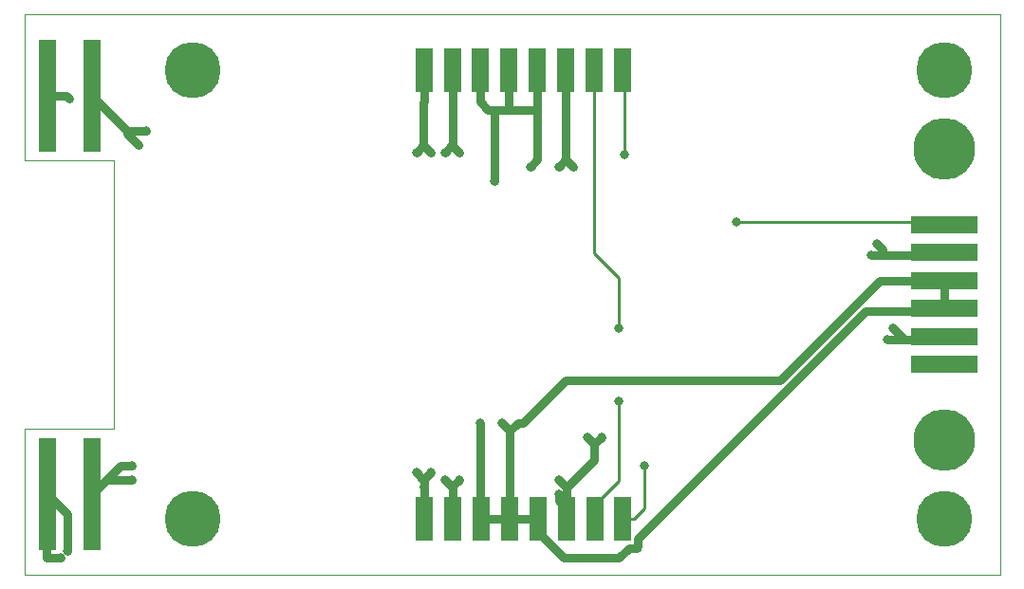
<source format=gbr>
G04 #@! TF.GenerationSoftware,KiCad,Pcbnew,(5.0.0-rc2-60-gbfa89039c)*
G04 #@! TF.CreationDate,2019-08-02T13:23:08+03:00*
G04 #@! TF.ProjectId,ModelPCB,4D6F64656C5043422E6B696361645F70,rev?*
G04 #@! TF.SameCoordinates,Original*
G04 #@! TF.FileFunction,Copper,L1,Top,Signal*
G04 #@! TF.FilePolarity,Positive*
%FSLAX46Y46*%
G04 Gerber Fmt 4.6, Leading zero omitted, Abs format (unit mm)*
G04 Created by KiCad (PCBNEW (5.0.0-rc2-60-gbfa89039c)) date 08/02/19 13:23:08*
%MOMM*%
%LPD*%
G01*
G04 APERTURE LIST*
G04 #@! TA.AperFunction,NonConductor*
%ADD10C,0.050000*%
G04 #@! TD*
G04 #@! TA.AperFunction,SMDPad,CuDef*
%ADD11R,1.524000X4.000000*%
G04 #@! TD*
G04 #@! TA.AperFunction,Conductor*
%ADD12R,6.000000X1.500000*%
G04 #@! TD*
G04 #@! TA.AperFunction,ComponentPad*
%ADD13C,5.000000*%
G04 #@! TD*
G04 #@! TA.AperFunction,ComponentPad*
%ADD14C,5.500000*%
G04 #@! TD*
G04 #@! TA.AperFunction,Conductor*
%ADD15R,1.524000X10.000000*%
G04 #@! TD*
G04 #@! TA.AperFunction,ViaPad*
%ADD16C,0.800000*%
G04 #@! TD*
G04 #@! TA.AperFunction,Conductor*
%ADD17C,0.250000*%
G04 #@! TD*
G04 #@! TA.AperFunction,Conductor*
%ADD18C,0.800000*%
G04 #@! TD*
G04 APERTURE END LIST*
D10*
X154300000Y-63900000D02*
X241300000Y-63900000D01*
X154300000Y-113900000D02*
X154300000Y-100900000D01*
X154300000Y-76900000D02*
X154300000Y-63900000D01*
X162300000Y-76900000D02*
X154300000Y-76900000D01*
X241300000Y-113900000D02*
X154300000Y-113900000D01*
X162300000Y-100900000D02*
X162300000Y-76900000D01*
X154300000Y-100900000D02*
X162300000Y-100900000D01*
X241300000Y-113900000D02*
X241300000Y-63900000D01*
D11*
G04 #@! TO.P,J2,8*
G04 #@! TO.N,/SIG*
X207650000Y-68900000D03*
G04 #@! TO.P,J2,7*
G04 #@! TO.N,/SIG_BP*
X205110000Y-68900000D03*
G04 #@! TO.P,J2,6*
G04 #@! TO.N,/5V*
X202570000Y-68900000D03*
G04 #@! TO.P,J2,5*
G04 #@! TO.N,/GND*
X200030000Y-68900000D03*
G04 #@! TO.P,J2,4*
X197490000Y-68900000D03*
G04 #@! TO.P,J2,3*
X194950000Y-68900000D03*
G04 #@! TO.P,J2,2*
G04 #@! TO.N,Net-(J2-Pad2)*
X192450000Y-68900000D03*
G04 #@! TO.P,J2,1*
G04 #@! TO.N,/12V*
X189950000Y-68900000D03*
G04 #@! TD*
G04 #@! TO.P,J3,1*
G04 #@! TO.N,/SIG*
X207650000Y-108900000D03*
G04 #@! TO.P,J3,2*
G04 #@! TO.N,/SIG_BP*
X205150000Y-108900000D03*
G04 #@! TO.P,J3,3*
G04 #@! TO.N,/5V*
X202650000Y-108900000D03*
G04 #@! TO.P,J3,4*
G04 #@! TO.N,/GND*
X200110000Y-108900000D03*
G04 #@! TO.P,J3,5*
X197570000Y-108900000D03*
G04 #@! TO.P,J3,6*
X195030000Y-108900000D03*
G04 #@! TO.P,J3,7*
G04 #@! TO.N,Net-(J2-Pad2)*
X192490000Y-108900000D03*
G04 #@! TO.P,J3,8*
G04 #@! TO.N,/12V*
X189950000Y-108900000D03*
G04 #@! TD*
D12*
G04 #@! TO.N,Net-(J1-Pad1)*
G04 #@! TO.C,J1*
X236300000Y-95150000D03*
G04 #@! TO.N,Net-(J1-Pad2)*
X236300000Y-92650000D03*
G04 #@! TO.N,/GND*
X236300000Y-90150000D03*
X236300000Y-87650000D03*
G04 #@! TO.N,Net-(J1-Pad5)*
X236300000Y-85150000D03*
G04 #@! TO.N,/SIG*
X236300000Y-82650000D03*
G04 #@! TD*
D13*
G04 #@! TO.P,H2,1*
G04 #@! TO.N,N/C*
X169300000Y-68900000D03*
G04 #@! TD*
G04 #@! TO.P,H3,1*
G04 #@! TO.N,N/C*
X236300000Y-68900000D03*
G04 #@! TD*
D14*
G04 #@! TO.P,H6,1*
G04 #@! TO.N,N/C*
X236300000Y-101900000D03*
G04 #@! TD*
D15*
G04 #@! TO.N,/5V*
G04 #@! TO.C,SW1*
X156300000Y-106680000D03*
G04 #@! TO.N,Net-(J1-Pad5)*
X156300000Y-71120000D03*
G04 #@! TD*
G04 #@! TO.N,Net-(J1-Pad2)*
G04 #@! TO.C,SW2*
X160300000Y-71120000D03*
G04 #@! TO.N,/12V*
X160300000Y-106680000D03*
G04 #@! TD*
D13*
G04 #@! TO.P,H4,1*
G04 #@! TO.N,N/C*
X236300000Y-108900000D03*
G04 #@! TD*
D14*
G04 #@! TO.P,H5,1*
G04 #@! TO.N,N/C*
X236300000Y-75900000D03*
G04 #@! TD*
D13*
G04 #@! TO.P,H1,1*
G04 #@! TO.N,N/C*
X169300000Y-108900000D03*
G04 #@! TD*
D16*
G04 #@! TO.N,Net-(J1-Pad2)*
X165100000Y-74295000D03*
X164465000Y-75565000D03*
G04 #@! TO.N,/GND*
X199390000Y-77470000D03*
X196850000Y-100330000D03*
X198755000Y-100330000D03*
X196215000Y-78740000D03*
X194945000Y-100330000D03*
G04 #@! TO.N,/SIG*
X209550000Y-104140000D03*
G04 #@! TO.N,Net-(J1-Pad2)*
X231300000Y-92899948D03*
X231800000Y-91900000D03*
G04 #@! TO.N,Net-(J1-Pad5)*
X158300000Y-71400000D03*
X229800000Y-85400000D03*
X230300000Y-84400000D03*
G04 #@! TO.N,/SIG*
X207800000Y-76400000D03*
X217800000Y-82400000D03*
G04 #@! TO.N,/5V*
X201930000Y-77470000D03*
X203200000Y-77470000D03*
X205740000Y-101600000D03*
X204470000Y-101600000D03*
X157480000Y-112395000D03*
X158115000Y-111760000D03*
X201930000Y-105410000D03*
X201930000Y-106680000D03*
G04 #@! TO.N,/12V*
X163830000Y-104140000D03*
X163830000Y-105410000D03*
X189230000Y-76200000D03*
X190500000Y-76200000D03*
X190500000Y-104775000D03*
X189230000Y-104775000D03*
G04 #@! TO.N,Net-(J2-Pad2)*
X193040000Y-105410000D03*
X191770000Y-105410000D03*
X193040000Y-76200000D03*
X191770000Y-76200000D03*
G04 #@! TO.N,/SIG_BP*
X207300000Y-98400000D03*
X207300000Y-91900000D03*
G04 #@! TD*
D17*
G04 #@! TO.N,/SIG*
X238550000Y-82650000D02*
X236300000Y-82650000D01*
D18*
G04 #@! TO.N,Net-(J1-Pad2)*
X163475000Y-74295000D02*
X160300000Y-71120000D01*
X165100000Y-74295000D02*
X163475000Y-74295000D01*
X163475000Y-74575000D02*
X163475000Y-74295000D01*
X164465000Y-75565000D02*
X163475000Y-74575000D01*
G04 #@! TO.N,/GND*
X236300000Y-90150000D02*
X233800000Y-90150000D01*
X195030000Y-108900000D02*
X200110000Y-108900000D01*
X200030000Y-76830000D02*
X199390000Y-77470000D01*
X197570000Y-101050000D02*
X197570000Y-108900000D01*
X196850000Y-100330000D02*
X197570000Y-101050000D01*
X198290000Y-100330000D02*
X197570000Y-101050000D01*
X198755000Y-100330000D02*
X198290000Y-100330000D01*
X194950000Y-71700000D02*
X195640000Y-72390000D01*
X194950000Y-68900000D02*
X194950000Y-71700000D01*
X200030000Y-68900000D02*
X200030000Y-72390000D01*
X200030000Y-72390000D02*
X200030000Y-76830000D01*
X197490000Y-72385000D02*
X197490000Y-68900000D01*
X197485000Y-72390000D02*
X197490000Y-72385000D01*
X197485000Y-72390000D02*
X200030000Y-72390000D01*
X196215000Y-72390000D02*
X196215000Y-77470000D01*
X196215000Y-72390000D02*
X197485000Y-72390000D01*
X195640000Y-72390000D02*
X196215000Y-72390000D01*
X196215000Y-77470000D02*
X196215000Y-78740000D01*
X194945000Y-108815000D02*
X195030000Y-108900000D01*
X194945000Y-100330000D02*
X194945000Y-108815000D01*
D17*
G04 #@! TO.N,Net-(J1-Pad1)*
X236200000Y-95250000D02*
X236300000Y-95150000D01*
D18*
G04 #@! TO.N,Net-(J1-Pad2)*
X231300052Y-92900000D02*
X231300000Y-92899948D01*
X231800000Y-91900000D02*
X232800000Y-92900000D01*
X235300000Y-92900000D02*
X232800000Y-92900000D01*
X232800000Y-92900000D02*
X231300052Y-92900000D01*
G04 #@! TO.N,/GND*
X199154999Y-99930001D02*
X198755000Y-100330000D01*
X202565000Y-96520000D02*
X199154999Y-99930001D01*
X221680000Y-96520000D02*
X202565000Y-96520000D01*
X236300000Y-87650000D02*
X230550000Y-87650000D01*
X230550000Y-87650000D02*
X221680000Y-96520000D01*
X200110000Y-110138000D02*
X200110000Y-108900000D01*
X202367000Y-112395000D02*
X200110000Y-110138000D01*
X207305000Y-112395000D02*
X202367000Y-112395000D01*
X208892001Y-111500001D02*
X208199999Y-111500001D01*
X208199999Y-111500001D02*
X207305000Y-112395000D01*
X236300000Y-90150000D02*
X234050000Y-90150000D01*
X234050000Y-90150000D02*
X233800000Y-90400000D01*
X233800000Y-90400000D02*
X229300000Y-90400000D01*
X229300000Y-90400000D02*
X209012001Y-110687999D01*
X209012001Y-110687999D02*
X209012001Y-111380001D01*
X209012001Y-111380001D02*
X208892001Y-111500001D01*
X236300000Y-87650000D02*
X236300000Y-90150000D01*
G04 #@! TO.N,Net-(J1-Pad5)*
X158020000Y-71120000D02*
X158300000Y-71400000D01*
X156300000Y-71120000D02*
X158020000Y-71120000D01*
X236050000Y-85400000D02*
X236300000Y-85150000D01*
X230800000Y-84900000D02*
X230300000Y-84400000D01*
X230800000Y-85400000D02*
X230800000Y-84900000D01*
X230800000Y-85400000D02*
X236050000Y-85400000D01*
X229800000Y-85400000D02*
X230800000Y-85400000D01*
D17*
G04 #@! TO.N,/SIG*
X209550000Y-104705685D02*
X209550000Y-104140000D01*
X209550000Y-108012000D02*
X209550000Y-107400000D01*
X208662000Y-108900000D02*
X209550000Y-108012000D01*
X207650000Y-108900000D02*
X208662000Y-108900000D01*
X209550000Y-107400000D02*
X209550000Y-104705685D01*
X207800000Y-76400000D02*
X207800000Y-69050000D01*
X207800000Y-69050000D02*
X207650000Y-68900000D01*
X236050000Y-82400000D02*
X236300000Y-82650000D01*
X217800000Y-82400000D02*
X236050000Y-82400000D01*
D18*
G04 #@! TO.N,/5V*
X202570000Y-68900000D02*
X202570000Y-76830000D01*
X202570000Y-76830000D02*
X201930000Y-77470000D01*
X202570000Y-76830000D02*
X202570000Y-76840000D01*
X202570000Y-76840000D02*
X203200000Y-77470000D01*
X205110000Y-102240000D02*
X205740000Y-101610000D01*
X205740000Y-101610000D02*
X205740000Y-101600000D01*
X205110000Y-102240000D02*
X204470000Y-101600000D01*
X157480000Y-112395000D02*
X156210000Y-112395000D01*
X156210000Y-106770000D02*
X156300000Y-106680000D01*
X156210000Y-112395000D02*
X156210000Y-106770000D01*
X158115000Y-108495000D02*
X156300000Y-106680000D01*
X158115000Y-111760000D02*
X158115000Y-108495000D01*
X205110000Y-103640000D02*
X205110000Y-102240000D01*
X202650000Y-106100000D02*
X205110000Y-103640000D01*
X202650000Y-106595000D02*
X202650000Y-106130000D01*
X202650000Y-106595000D02*
X202650000Y-106100000D01*
X202650000Y-108900000D02*
X202650000Y-106595000D01*
X202650000Y-106130000D02*
X201930000Y-105410000D01*
X202650000Y-108035000D02*
X201930000Y-107315000D01*
X202650000Y-108900000D02*
X202650000Y-108035000D01*
X201930000Y-107315000D02*
X201930000Y-106680000D01*
G04 #@! TO.N,/12V*
X189950000Y-106100000D02*
X189870000Y-106020000D01*
X189950000Y-108900000D02*
X189950000Y-106100000D01*
X189950000Y-68900000D02*
X189950000Y-71700000D01*
X163830000Y-104140000D02*
X162840000Y-104140000D01*
X161925000Y-105410000D02*
X161747500Y-105232500D01*
X163830000Y-105410000D02*
X161925000Y-105410000D01*
X162840000Y-104140000D02*
X161747500Y-105232500D01*
X161747500Y-105232500D02*
X160300000Y-106680000D01*
X190500000Y-76200000D02*
X189865000Y-75565000D01*
X189865000Y-75565000D02*
X189910000Y-75520000D01*
X189865000Y-75565000D02*
X189230000Y-76200000D01*
X189865000Y-71785000D02*
X189950000Y-71700000D01*
X189865000Y-75565000D02*
X189865000Y-71785000D01*
X189950000Y-106100000D02*
X189950000Y-105325000D01*
X189950000Y-105325000D02*
X190500000Y-104775000D01*
X189780000Y-105325000D02*
X189230000Y-104775000D01*
X189950000Y-105325000D02*
X189780000Y-105325000D01*
G04 #@! TO.N,Net-(J2-Pad2)*
X192490000Y-106100000D02*
X192490000Y-108900000D01*
X192490000Y-106100000D02*
X192490000Y-105960000D01*
X192490000Y-105960000D02*
X193040000Y-105410000D01*
X192320000Y-105960000D02*
X192490000Y-105960000D01*
X191770000Y-105410000D02*
X192320000Y-105960000D01*
X193040000Y-76200000D02*
X192405000Y-75565000D01*
X192405000Y-75565000D02*
X191770000Y-76200000D01*
X192450000Y-75520000D02*
X192450000Y-68900000D01*
X192405000Y-75565000D02*
X192450000Y-75520000D01*
D17*
G04 #@! TO.N,/SIG_BP*
X205150000Y-108900000D02*
X205150000Y-110138000D01*
X205105000Y-68905000D02*
X205110000Y-68900000D01*
X205150000Y-107662000D02*
X207300000Y-105512000D01*
X205150000Y-108900000D02*
X205150000Y-107662000D01*
X207300000Y-105512000D02*
X207300000Y-99900000D01*
X207300000Y-99900000D02*
X207300000Y-98400000D01*
X207300000Y-91900000D02*
X207300000Y-87400000D01*
X205110000Y-85210000D02*
X205110000Y-68900000D01*
X207300000Y-87400000D02*
X205110000Y-85210000D01*
G04 #@! TD*
M02*

</source>
